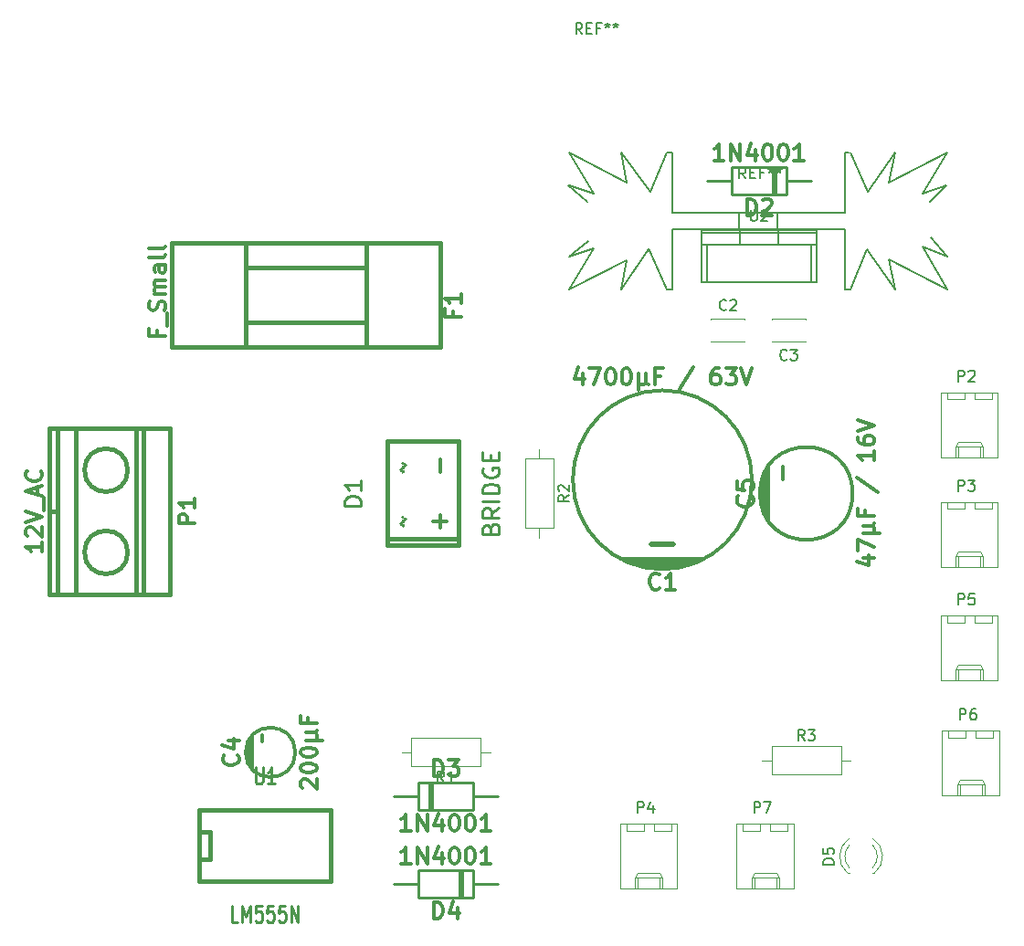
<source format=gbr>
G04 #@! TF.FileFunction,Legend,Top*
%FSLAX46Y46*%
G04 Gerber Fmt 4.6, Leading zero omitted, Abs format (unit mm)*
G04 Created by KiCad (PCBNEW 4.0.7) date 04/22/18 21:34:49*
%MOMM*%
%LPD*%
G01*
G04 APERTURE LIST*
%ADD10C,0.100000*%
%ADD11C,0.120000*%
%ADD12C,0.304800*%
%ADD13C,0.500000*%
%ADD14C,0.300000*%
%ADD15C,0.381000*%
%ADD16C,0.254000*%
%ADD17C,0.150000*%
%ADD18C,0.284480*%
%ADD19C,0.285750*%
%ADD20C,0.287020*%
G04 APERTURE END LIST*
D10*
D11*
X179478000Y-99215000D02*
X179478000Y-105215000D01*
X179478000Y-105215000D02*
X184758000Y-105215000D01*
X184758000Y-105215000D02*
X184758000Y-99215000D01*
X184758000Y-99215000D02*
X179478000Y-99215000D01*
X180848000Y-105215000D02*
X180848000Y-104215000D01*
X180848000Y-104215000D02*
X183388000Y-104215000D01*
X183388000Y-104215000D02*
X183388000Y-105215000D01*
X180848000Y-104215000D02*
X181098000Y-103785000D01*
X181098000Y-103785000D02*
X183138000Y-103785000D01*
X183138000Y-103785000D02*
X183388000Y-104215000D01*
X181098000Y-105215000D02*
X181098000Y-104215000D01*
X183138000Y-105215000D02*
X183138000Y-104215000D01*
X180048000Y-99215000D02*
X180048000Y-99835000D01*
X180048000Y-99835000D02*
X181648000Y-99835000D01*
X181648000Y-99835000D02*
X181648000Y-99215000D01*
X182588000Y-99215000D02*
X182588000Y-99835000D01*
X182588000Y-99835000D02*
X184188000Y-99835000D01*
X184188000Y-99835000D02*
X184188000Y-99215000D01*
D12*
X149770000Y-104455000D02*
X157570000Y-104455000D01*
X157070000Y-104655000D02*
X150270000Y-104655000D01*
X150670000Y-104855000D02*
X156570000Y-104855000D01*
X156070000Y-105055000D02*
X151270000Y-105055000D01*
X155370000Y-105255000D02*
X151970000Y-105255000D01*
X161970000Y-97155000D02*
G75*
G03X161970000Y-97155000I-8300000J0D01*
G01*
D13*
X154670000Y-103155000D02*
X152670000Y-103155000D01*
D12*
X115248000Y-123128000D02*
X115248000Y-121728000D01*
X115448000Y-123628000D02*
X115448000Y-121228000D01*
X115648000Y-123928000D02*
X115648000Y-120928000D01*
D14*
X116548000Y-121428000D02*
X116548000Y-120828000D01*
D12*
X119648000Y-122428000D02*
G75*
G03X119648000Y-122428000I-2300000J0D01*
G01*
X163505000Y-100825000D02*
X163505000Y-96025000D01*
X171305000Y-98425000D02*
G75*
G03X171305000Y-98425000I-4300000J0D01*
G01*
X163305000Y-100225000D02*
X163305000Y-96625000D01*
X163105000Y-99825000D02*
X163105000Y-97025000D01*
X162905000Y-99225000D02*
X162905000Y-97525000D01*
D14*
X164805000Y-97125000D02*
X164805000Y-95925000D01*
D15*
X128145540Y-102626160D02*
X134744460Y-102626160D01*
D12*
X129646680Y-96024700D02*
G75*
G03X129446020Y-96225360I0J-200660D01*
G01*
X129448560Y-96225360D02*
G75*
G03X129646680Y-96423480I198120J0D01*
G01*
X129646680Y-96022160D02*
G75*
G03X129844800Y-95824040I0J198120D01*
G01*
X129847340Y-95824040D02*
G75*
G03X129646680Y-95623380I-200660J0D01*
G01*
X129847340Y-100825300D02*
G75*
G03X129646680Y-100624640I-200660J0D01*
G01*
X129646680Y-101023420D02*
G75*
G03X129844800Y-100825300I0J198120D01*
G01*
X129448560Y-101226620D02*
G75*
G03X129646680Y-101424740I198120J0D01*
G01*
X129646680Y-101025960D02*
G75*
G03X129446020Y-101226620I0J-200660D01*
G01*
X133045200Y-96426020D02*
X133045200Y-95224600D01*
X133045200Y-100423980D02*
X133045200Y-101625400D01*
X133644640Y-101025960D02*
X132445760Y-101025960D01*
D15*
X128143000Y-93599000D02*
X134747000Y-93599000D01*
X134747000Y-93599000D02*
X134747000Y-103251000D01*
X134747000Y-103251000D02*
X128143000Y-103251000D01*
X128143000Y-103251000D02*
X128143000Y-93599000D01*
D16*
X164147500Y-70675500D02*
X164147500Y-68135500D01*
X163893500Y-68135500D02*
X163893500Y-70675500D01*
X160083500Y-68135500D02*
X160083500Y-70675500D01*
X165163500Y-68135500D02*
X165163500Y-70675500D01*
X160083500Y-68135500D02*
X165163500Y-68135500D01*
X165163500Y-70675500D02*
X160083500Y-70675500D01*
X167449500Y-69405500D02*
X165163500Y-69405500D01*
X160083500Y-69405500D02*
X157797500Y-69405500D01*
X132080000Y-125222000D02*
X132080000Y-127762000D01*
X132334000Y-127762000D02*
X132334000Y-125222000D01*
X136144000Y-127762000D02*
X136144000Y-125222000D01*
X131064000Y-127762000D02*
X131064000Y-125222000D01*
X136144000Y-127762000D02*
X131064000Y-127762000D01*
X131064000Y-125222000D02*
X136144000Y-125222000D01*
X128778000Y-126492000D02*
X131064000Y-126492000D01*
X136144000Y-126492000D02*
X138430000Y-126492000D01*
X135128000Y-135890000D02*
X135128000Y-133350000D01*
X134874000Y-133350000D02*
X134874000Y-135890000D01*
X131064000Y-133350000D02*
X131064000Y-135890000D01*
X136144000Y-133350000D02*
X136144000Y-135890000D01*
X131064000Y-133350000D02*
X136144000Y-133350000D01*
X136144000Y-135890000D02*
X131064000Y-135890000D01*
X138430000Y-134620000D02*
X136144000Y-134620000D01*
X131064000Y-134620000D02*
X128778000Y-134620000D01*
D15*
X126238000Y-77470000D02*
X115062000Y-77470000D01*
X115062000Y-82550000D02*
X126238000Y-82550000D01*
X115062000Y-84836000D02*
X115062000Y-75184000D01*
X126238000Y-75184000D02*
X126238000Y-84836000D01*
X133096000Y-75184000D02*
X133096000Y-84836000D01*
X133096000Y-84836000D02*
X108204000Y-84836000D01*
X108204000Y-84836000D02*
X108204000Y-75184000D01*
X108204000Y-75184000D02*
X133096000Y-75184000D01*
X122936000Y-134366000D02*
X110744000Y-134366000D01*
X110744000Y-127762000D02*
X122936000Y-127762000D01*
X111760000Y-129794000D02*
X110744000Y-129794000D01*
X111760000Y-132334000D02*
X110744000Y-132334000D01*
X122936000Y-127762000D02*
X122936000Y-134366000D01*
X110744000Y-134366000D02*
X110744000Y-127762000D01*
X111760000Y-129794000D02*
X111760000Y-132334000D01*
D17*
X167449500Y-75374500D02*
X167449500Y-78803500D01*
X157797500Y-75374500D02*
X157797500Y-78803500D01*
X167957500Y-74231500D02*
X157289500Y-74231500D01*
X164401500Y-75247500D02*
X164401500Y-73977500D01*
X160845500Y-75247500D02*
X160845500Y-73977500D01*
X157289500Y-75374500D02*
X167957500Y-75374500D01*
X167957500Y-78803500D02*
X157289500Y-78803500D01*
X157289500Y-73977500D02*
X157289500Y-78803500D01*
X167957500Y-73977500D02*
X167957500Y-78803500D01*
X167957500Y-73977500D02*
X157289500Y-73977500D01*
D15*
X105608000Y-92376000D02*
X105608000Y-107776000D01*
X97608000Y-100076000D02*
X96808000Y-100076000D01*
X104108000Y-103886000D02*
G75*
G03X104108000Y-103886000I-2000000J0D01*
G01*
X104108000Y-96266000D02*
G75*
G03X104108000Y-96266000I-2000000J0D01*
G01*
X99308000Y-92376000D02*
X99308000Y-107776000D01*
X104908000Y-92376000D02*
X104908000Y-107776000D01*
X97608000Y-92376000D02*
X97608000Y-107776000D01*
X96808000Y-92376000D02*
X96808000Y-107776000D01*
X108008000Y-107776000D02*
X96808000Y-107776000D01*
X108008000Y-92376000D02*
X108008000Y-107776000D01*
X108008000Y-92376000D02*
X96808000Y-92376000D01*
D17*
X160782000Y-72390000D02*
X160782000Y-73914000D01*
X164338000Y-72390000D02*
X164338000Y-73914000D01*
X154051000Y-79502000D02*
X154559000Y-79502000D01*
X180086000Y-66802000D02*
X174625000Y-69596000D01*
X174625000Y-69596000D02*
X175260000Y-66802000D01*
X152527000Y-70485000D02*
X149860000Y-66802000D01*
X149860000Y-66802000D02*
X150368000Y-69596000D01*
X150368000Y-69596000D02*
X145034000Y-66802000D01*
X152400000Y-75819000D02*
X149860000Y-79502000D01*
X149860000Y-79502000D02*
X150368000Y-76835000D01*
X150368000Y-76835000D02*
X145034000Y-79502000D01*
X147320000Y-75692000D02*
X145034000Y-79502000D01*
X147320000Y-70612000D02*
X145034000Y-66802000D01*
X170561000Y-66802000D02*
X170942000Y-66802000D01*
X170561000Y-79502000D02*
X171069000Y-79502000D01*
X172593000Y-75819000D02*
X175260000Y-79502000D01*
X175260000Y-79502000D02*
X174625000Y-76708000D01*
X174625000Y-76708000D02*
X180086000Y-79502000D01*
X177800000Y-75565000D02*
X180086000Y-76454000D01*
X180086000Y-76454000D02*
X178562000Y-74676000D01*
X180086000Y-79502000D02*
X177800000Y-75565000D01*
X177800000Y-70612000D02*
X179959000Y-69850000D01*
X179959000Y-69850000D02*
X178435000Y-71374000D01*
X180086000Y-66802000D02*
X177800000Y-70612000D01*
X172720000Y-70485000D02*
X175260000Y-66802000D01*
X171069000Y-79502000D02*
X172593000Y-75819000D01*
X171069000Y-66802000D02*
X172720000Y-70485000D01*
X154051000Y-79502000D02*
X152400000Y-75692000D01*
X154559000Y-66802000D02*
X154051000Y-66802000D01*
X154051000Y-66802000D02*
X152527000Y-70485000D01*
X145034000Y-76454000D02*
X146812000Y-75057000D01*
X144907000Y-69850000D02*
X146685000Y-71374000D01*
X145034000Y-76454000D02*
X147320000Y-75692000D01*
X145034000Y-69850000D02*
X147320000Y-70612000D01*
X162560000Y-73914000D02*
X154559000Y-73914000D01*
X154559000Y-73914000D02*
X154559000Y-79502000D01*
X162560000Y-73914000D02*
X170561000Y-73914000D01*
X170561000Y-73914000D02*
X170561000Y-79502000D01*
X162560000Y-72390000D02*
X154559000Y-72390000D01*
X154559000Y-72390000D02*
X154559000Y-66802000D01*
X162560000Y-72390000D02*
X170561000Y-72390000D01*
X170561000Y-72390000D02*
X170561000Y-66802000D01*
D11*
X171006392Y-130407665D02*
G75*
G03X170849484Y-133640000I1078608J-1672335D01*
G01*
X173163608Y-130407665D02*
G75*
G02X173320516Y-133640000I-1078608J-1672335D01*
G01*
X171005163Y-131038870D02*
G75*
G03X171005000Y-133120961I1079837J-1041130D01*
G01*
X173164837Y-131038870D02*
G75*
G02X173165000Y-133120961I-1079837J-1041130D01*
G01*
X170849000Y-133640000D02*
X171005000Y-133640000D01*
X173165000Y-133640000D02*
X173321000Y-133640000D01*
X163795000Y-121880000D02*
X163795000Y-124500000D01*
X163795000Y-124500000D02*
X170215000Y-124500000D01*
X170215000Y-124500000D02*
X170215000Y-121880000D01*
X170215000Y-121880000D02*
X163795000Y-121880000D01*
X162905000Y-123190000D02*
X163795000Y-123190000D01*
X171105000Y-123190000D02*
X170215000Y-123190000D01*
X158186000Y-82252000D02*
X161306000Y-82252000D01*
X158186000Y-84372000D02*
X161306000Y-84372000D01*
X158186000Y-82252000D02*
X158186000Y-82316000D01*
X158186000Y-84308000D02*
X158186000Y-84372000D01*
X161306000Y-82252000D02*
X161306000Y-82316000D01*
X161306000Y-84308000D02*
X161306000Y-84372000D01*
X166934000Y-84372000D02*
X163814000Y-84372000D01*
X166934000Y-82252000D02*
X163814000Y-82252000D01*
X166934000Y-84372000D02*
X166934000Y-84308000D01*
X166934000Y-82316000D02*
X166934000Y-82252000D01*
X163814000Y-84372000D02*
X163814000Y-84308000D01*
X163814000Y-82316000D02*
X163814000Y-82252000D01*
X179478000Y-89055000D02*
X179478000Y-95055000D01*
X179478000Y-95055000D02*
X184758000Y-95055000D01*
X184758000Y-95055000D02*
X184758000Y-89055000D01*
X184758000Y-89055000D02*
X179478000Y-89055000D01*
X180848000Y-95055000D02*
X180848000Y-94055000D01*
X180848000Y-94055000D02*
X183388000Y-94055000D01*
X183388000Y-94055000D02*
X183388000Y-95055000D01*
X180848000Y-94055000D02*
X181098000Y-93625000D01*
X181098000Y-93625000D02*
X183138000Y-93625000D01*
X183138000Y-93625000D02*
X183388000Y-94055000D01*
X181098000Y-95055000D02*
X181098000Y-94055000D01*
X183138000Y-95055000D02*
X183138000Y-94055000D01*
X180048000Y-89055000D02*
X180048000Y-89675000D01*
X180048000Y-89675000D02*
X181648000Y-89675000D01*
X181648000Y-89675000D02*
X181648000Y-89055000D01*
X182588000Y-89055000D02*
X182588000Y-89675000D01*
X182588000Y-89675000D02*
X184188000Y-89675000D01*
X184188000Y-89675000D02*
X184188000Y-89055000D01*
X149760000Y-129060000D02*
X149760000Y-135060000D01*
X149760000Y-135060000D02*
X155040000Y-135060000D01*
X155040000Y-135060000D02*
X155040000Y-129060000D01*
X155040000Y-129060000D02*
X149760000Y-129060000D01*
X151130000Y-135060000D02*
X151130000Y-134060000D01*
X151130000Y-134060000D02*
X153670000Y-134060000D01*
X153670000Y-134060000D02*
X153670000Y-135060000D01*
X151130000Y-134060000D02*
X151380000Y-133630000D01*
X151380000Y-133630000D02*
X153420000Y-133630000D01*
X153420000Y-133630000D02*
X153670000Y-134060000D01*
X151380000Y-135060000D02*
X151380000Y-134060000D01*
X153420000Y-135060000D02*
X153420000Y-134060000D01*
X150330000Y-129060000D02*
X150330000Y-129680000D01*
X150330000Y-129680000D02*
X151930000Y-129680000D01*
X151930000Y-129680000D02*
X151930000Y-129060000D01*
X152870000Y-129060000D02*
X152870000Y-129680000D01*
X152870000Y-129680000D02*
X154470000Y-129680000D01*
X154470000Y-129680000D02*
X154470000Y-129060000D01*
X179478000Y-109756000D02*
X179478000Y-115756000D01*
X179478000Y-115756000D02*
X184758000Y-115756000D01*
X184758000Y-115756000D02*
X184758000Y-109756000D01*
X184758000Y-109756000D02*
X179478000Y-109756000D01*
X180848000Y-115756000D02*
X180848000Y-114756000D01*
X180848000Y-114756000D02*
X183388000Y-114756000D01*
X183388000Y-114756000D02*
X183388000Y-115756000D01*
X180848000Y-114756000D02*
X181098000Y-114326000D01*
X181098000Y-114326000D02*
X183138000Y-114326000D01*
X183138000Y-114326000D02*
X183388000Y-114756000D01*
X181098000Y-115756000D02*
X181098000Y-114756000D01*
X183138000Y-115756000D02*
X183138000Y-114756000D01*
X180048000Y-109756000D02*
X180048000Y-110376000D01*
X180048000Y-110376000D02*
X181648000Y-110376000D01*
X181648000Y-110376000D02*
X181648000Y-109756000D01*
X182588000Y-109756000D02*
X182588000Y-110376000D01*
X182588000Y-110376000D02*
X184188000Y-110376000D01*
X184188000Y-110376000D02*
X184188000Y-109756000D01*
X179605000Y-120424000D02*
X179605000Y-126424000D01*
X179605000Y-126424000D02*
X184885000Y-126424000D01*
X184885000Y-126424000D02*
X184885000Y-120424000D01*
X184885000Y-120424000D02*
X179605000Y-120424000D01*
X180975000Y-126424000D02*
X180975000Y-125424000D01*
X180975000Y-125424000D02*
X183515000Y-125424000D01*
X183515000Y-125424000D02*
X183515000Y-126424000D01*
X180975000Y-125424000D02*
X181225000Y-124994000D01*
X181225000Y-124994000D02*
X183265000Y-124994000D01*
X183265000Y-124994000D02*
X183515000Y-125424000D01*
X181225000Y-126424000D02*
X181225000Y-125424000D01*
X183265000Y-126424000D02*
X183265000Y-125424000D01*
X180175000Y-120424000D02*
X180175000Y-121044000D01*
X180175000Y-121044000D02*
X181775000Y-121044000D01*
X181775000Y-121044000D02*
X181775000Y-120424000D01*
X182715000Y-120424000D02*
X182715000Y-121044000D01*
X182715000Y-121044000D02*
X184315000Y-121044000D01*
X184315000Y-121044000D02*
X184315000Y-120424000D01*
X160555000Y-129060000D02*
X160555000Y-135060000D01*
X160555000Y-135060000D02*
X165835000Y-135060000D01*
X165835000Y-135060000D02*
X165835000Y-129060000D01*
X165835000Y-129060000D02*
X160555000Y-129060000D01*
X161925000Y-135060000D02*
X161925000Y-134060000D01*
X161925000Y-134060000D02*
X164465000Y-134060000D01*
X164465000Y-134060000D02*
X164465000Y-135060000D01*
X161925000Y-134060000D02*
X162175000Y-133630000D01*
X162175000Y-133630000D02*
X164215000Y-133630000D01*
X164215000Y-133630000D02*
X164465000Y-134060000D01*
X162175000Y-135060000D02*
X162175000Y-134060000D01*
X164215000Y-135060000D02*
X164215000Y-134060000D01*
X161125000Y-129060000D02*
X161125000Y-129680000D01*
X161125000Y-129680000D02*
X162725000Y-129680000D01*
X162725000Y-129680000D02*
X162725000Y-129060000D01*
X163665000Y-129060000D02*
X163665000Y-129680000D01*
X163665000Y-129680000D02*
X165265000Y-129680000D01*
X165265000Y-129680000D02*
X165265000Y-129060000D01*
X136814000Y-123738000D02*
X136814000Y-121118000D01*
X136814000Y-121118000D02*
X130394000Y-121118000D01*
X130394000Y-121118000D02*
X130394000Y-123738000D01*
X130394000Y-123738000D02*
X136814000Y-123738000D01*
X137704000Y-122428000D02*
X136814000Y-122428000D01*
X129504000Y-122428000D02*
X130394000Y-122428000D01*
X143550000Y-95215000D02*
X140930000Y-95215000D01*
X140930000Y-95215000D02*
X140930000Y-101635000D01*
X140930000Y-101635000D02*
X143550000Y-101635000D01*
X143550000Y-101635000D02*
X143550000Y-95215000D01*
X142240000Y-94325000D02*
X142240000Y-95215000D01*
X142240000Y-102525000D02*
X142240000Y-101635000D01*
D17*
X181109905Y-98187381D02*
X181109905Y-97187381D01*
X181490858Y-97187381D01*
X181586096Y-97235000D01*
X181633715Y-97282619D01*
X181681334Y-97377857D01*
X181681334Y-97520714D01*
X181633715Y-97615952D01*
X181586096Y-97663571D01*
X181490858Y-97711190D01*
X181109905Y-97711190D01*
X182014667Y-97187381D02*
X182633715Y-97187381D01*
X182300381Y-97568333D01*
X182443239Y-97568333D01*
X182538477Y-97615952D01*
X182586096Y-97663571D01*
X182633715Y-97758810D01*
X182633715Y-97996905D01*
X182586096Y-98092143D01*
X182538477Y-98139762D01*
X182443239Y-98187381D01*
X182157524Y-98187381D01*
X182062286Y-98139762D01*
X182014667Y-98092143D01*
D12*
X153416000Y-107199286D02*
X153343429Y-107271857D01*
X153125715Y-107344429D01*
X152980572Y-107344429D01*
X152762857Y-107271857D01*
X152617715Y-107126714D01*
X152545143Y-106981571D01*
X152472572Y-106691286D01*
X152472572Y-106473571D01*
X152545143Y-106183286D01*
X152617715Y-106038143D01*
X152762857Y-105893000D01*
X152980572Y-105820429D01*
X153125715Y-105820429D01*
X153343429Y-105893000D01*
X153416000Y-105965571D01*
X154867429Y-107344429D02*
X153996572Y-107344429D01*
X154432000Y-107344429D02*
X154432000Y-105820429D01*
X154286857Y-106038143D01*
X154141715Y-106183286D01*
X153996572Y-106255857D01*
X146267713Y-87328429D02*
X146267713Y-88344429D01*
X145904856Y-86747857D02*
X145541999Y-87836429D01*
X146485427Y-87836429D01*
X146920856Y-86820429D02*
X147936856Y-86820429D01*
X147283713Y-88344429D01*
X148807714Y-86820429D02*
X148952857Y-86820429D01*
X149098000Y-86893000D01*
X149170571Y-86965571D01*
X149243142Y-87110714D01*
X149315714Y-87401000D01*
X149315714Y-87763857D01*
X149243142Y-88054143D01*
X149170571Y-88199286D01*
X149098000Y-88271857D01*
X148952857Y-88344429D01*
X148807714Y-88344429D01*
X148662571Y-88271857D01*
X148590000Y-88199286D01*
X148517428Y-88054143D01*
X148444857Y-87763857D01*
X148444857Y-87401000D01*
X148517428Y-87110714D01*
X148590000Y-86965571D01*
X148662571Y-86893000D01*
X148807714Y-86820429D01*
X150259143Y-86820429D02*
X150404286Y-86820429D01*
X150549429Y-86893000D01*
X150622000Y-86965571D01*
X150694571Y-87110714D01*
X150767143Y-87401000D01*
X150767143Y-87763857D01*
X150694571Y-88054143D01*
X150622000Y-88199286D01*
X150549429Y-88271857D01*
X150404286Y-88344429D01*
X150259143Y-88344429D01*
X150114000Y-88271857D01*
X150041429Y-88199286D01*
X149968857Y-88054143D01*
X149896286Y-87763857D01*
X149896286Y-87401000D01*
X149968857Y-87110714D01*
X150041429Y-86965571D01*
X150114000Y-86893000D01*
X150259143Y-86820429D01*
X151420286Y-87328429D02*
X151420286Y-88852429D01*
X152146000Y-88126714D02*
X152218572Y-88271857D01*
X152363715Y-88344429D01*
X151420286Y-88126714D02*
X151492858Y-88271857D01*
X151638000Y-88344429D01*
X151928286Y-88344429D01*
X152073429Y-88271857D01*
X152146000Y-88126714D01*
X152146000Y-87328429D01*
X153524857Y-87546143D02*
X153016857Y-87546143D01*
X153016857Y-88344429D02*
X153016857Y-86820429D01*
X153742571Y-86820429D01*
X156572858Y-86747857D02*
X155266572Y-88707286D01*
X158895143Y-86820429D02*
X158604857Y-86820429D01*
X158459714Y-86893000D01*
X158387143Y-86965571D01*
X158242000Y-87183286D01*
X158169429Y-87473571D01*
X158169429Y-88054143D01*
X158242000Y-88199286D01*
X158314572Y-88271857D01*
X158459714Y-88344429D01*
X158750000Y-88344429D01*
X158895143Y-88271857D01*
X158967714Y-88199286D01*
X159040286Y-88054143D01*
X159040286Y-87691286D01*
X158967714Y-87546143D01*
X158895143Y-87473571D01*
X158750000Y-87401000D01*
X158459714Y-87401000D01*
X158314572Y-87473571D01*
X158242000Y-87546143D01*
X158169429Y-87691286D01*
X159548286Y-86820429D02*
X160491715Y-86820429D01*
X159983715Y-87401000D01*
X160201429Y-87401000D01*
X160346572Y-87473571D01*
X160419143Y-87546143D01*
X160491715Y-87691286D01*
X160491715Y-88054143D01*
X160419143Y-88199286D01*
X160346572Y-88271857D01*
X160201429Y-88344429D01*
X159766001Y-88344429D01*
X159620858Y-88271857D01*
X159548286Y-88199286D01*
X160927144Y-86820429D02*
X161435144Y-88344429D01*
X161943144Y-86820429D01*
X114292286Y-122682000D02*
X114364857Y-122754571D01*
X114437429Y-122972285D01*
X114437429Y-123117428D01*
X114364857Y-123335143D01*
X114219714Y-123480285D01*
X114074571Y-123552857D01*
X113784286Y-123625428D01*
X113566571Y-123625428D01*
X113276286Y-123552857D01*
X113131143Y-123480285D01*
X112986000Y-123335143D01*
X112913429Y-123117428D01*
X112913429Y-122972285D01*
X112986000Y-122754571D01*
X113058571Y-122682000D01*
X113421429Y-121375714D02*
X114437429Y-121375714D01*
X112840857Y-121738571D02*
X113929429Y-122101428D01*
X113929429Y-121158000D01*
X120258571Y-125766286D02*
X120186000Y-125693715D01*
X120113429Y-125548572D01*
X120113429Y-125185715D01*
X120186000Y-125040572D01*
X120258571Y-124968001D01*
X120403714Y-124895429D01*
X120548857Y-124895429D01*
X120766571Y-124968001D01*
X121637429Y-125838858D01*
X121637429Y-124895429D01*
X120113429Y-123952000D02*
X120113429Y-123806857D01*
X120186000Y-123661714D01*
X120258571Y-123589143D01*
X120403714Y-123516572D01*
X120694000Y-123444000D01*
X121056857Y-123444000D01*
X121347143Y-123516572D01*
X121492286Y-123589143D01*
X121564857Y-123661714D01*
X121637429Y-123806857D01*
X121637429Y-123952000D01*
X121564857Y-124097143D01*
X121492286Y-124169714D01*
X121347143Y-124242286D01*
X121056857Y-124314857D01*
X120694000Y-124314857D01*
X120403714Y-124242286D01*
X120258571Y-124169714D01*
X120186000Y-124097143D01*
X120113429Y-123952000D01*
X120113429Y-122500571D02*
X120113429Y-122355428D01*
X120186000Y-122210285D01*
X120258571Y-122137714D01*
X120403714Y-122065143D01*
X120694000Y-121992571D01*
X121056857Y-121992571D01*
X121347143Y-122065143D01*
X121492286Y-122137714D01*
X121564857Y-122210285D01*
X121637429Y-122355428D01*
X121637429Y-122500571D01*
X121564857Y-122645714D01*
X121492286Y-122718285D01*
X121347143Y-122790857D01*
X121056857Y-122863428D01*
X120694000Y-122863428D01*
X120403714Y-122790857D01*
X120258571Y-122718285D01*
X120186000Y-122645714D01*
X120113429Y-122500571D01*
X120621429Y-121339428D02*
X122145429Y-121339428D01*
X121419714Y-120613714D02*
X121564857Y-120541142D01*
X121637429Y-120395999D01*
X121419714Y-121339428D02*
X121564857Y-121266856D01*
X121637429Y-121121714D01*
X121637429Y-120831428D01*
X121564857Y-120686285D01*
X121419714Y-120613714D01*
X120621429Y-120613714D01*
X120839143Y-119234857D02*
X120839143Y-119742857D01*
X121637429Y-119742857D02*
X120113429Y-119742857D01*
X120113429Y-119017143D01*
X161949286Y-98679000D02*
X162021857Y-98751571D01*
X162094429Y-98969285D01*
X162094429Y-99114428D01*
X162021857Y-99332143D01*
X161876714Y-99477285D01*
X161731571Y-99549857D01*
X161441286Y-99622428D01*
X161223571Y-99622428D01*
X160933286Y-99549857D01*
X160788143Y-99477285D01*
X160643000Y-99332143D01*
X160570429Y-99114428D01*
X160570429Y-98969285D01*
X160643000Y-98751571D01*
X160715571Y-98679000D01*
X160570429Y-97300143D02*
X160570429Y-98025857D01*
X161296143Y-98098428D01*
X161223571Y-98025857D01*
X161151000Y-97880714D01*
X161151000Y-97517857D01*
X161223571Y-97372714D01*
X161296143Y-97300143D01*
X161441286Y-97227571D01*
X161804143Y-97227571D01*
X161949286Y-97300143D01*
X162021857Y-97372714D01*
X162094429Y-97517857D01*
X162094429Y-97880714D01*
X162021857Y-98025857D01*
X161949286Y-98098428D01*
X172278429Y-104375858D02*
X173294429Y-104375858D01*
X171697857Y-104738715D02*
X172786429Y-105101572D01*
X172786429Y-104158144D01*
X171770429Y-103722715D02*
X171770429Y-102706715D01*
X173294429Y-103359858D01*
X172278429Y-102126143D02*
X173802429Y-102126143D01*
X173076714Y-101400429D02*
X173221857Y-101327857D01*
X173294429Y-101182714D01*
X173076714Y-102126143D02*
X173221857Y-102053571D01*
X173294429Y-101908429D01*
X173294429Y-101618143D01*
X173221857Y-101473000D01*
X173076714Y-101400429D01*
X172278429Y-101400429D01*
X172496143Y-100021572D02*
X172496143Y-100529572D01*
X173294429Y-100529572D02*
X171770429Y-100529572D01*
X171770429Y-99803858D01*
X171697857Y-96973571D02*
X173657286Y-98279857D01*
X173294429Y-94506143D02*
X173294429Y-95377000D01*
X173294429Y-94941572D02*
X171770429Y-94941572D01*
X171988143Y-95086715D01*
X172133286Y-95231857D01*
X172205857Y-95377000D01*
X171770429Y-93199857D02*
X171770429Y-93490143D01*
X171843000Y-93635286D01*
X171915571Y-93707857D01*
X172133286Y-93853000D01*
X172423571Y-93925571D01*
X173004143Y-93925571D01*
X173149286Y-93853000D01*
X173221857Y-93780428D01*
X173294429Y-93635286D01*
X173294429Y-93345000D01*
X173221857Y-93199857D01*
X173149286Y-93127286D01*
X173004143Y-93054714D01*
X172641286Y-93054714D01*
X172496143Y-93127286D01*
X172423571Y-93199857D01*
X172351000Y-93345000D01*
X172351000Y-93635286D01*
X172423571Y-93780428D01*
X172496143Y-93853000D01*
X172641286Y-93925571D01*
X171770429Y-92619285D02*
X173294429Y-92111285D01*
X171770429Y-91603285D01*
D18*
X125733629Y-99549857D02*
X124209629Y-99549857D01*
X124209629Y-99187000D01*
X124282200Y-98969285D01*
X124427343Y-98824143D01*
X124572486Y-98751571D01*
X124862771Y-98679000D01*
X125080486Y-98679000D01*
X125370771Y-98751571D01*
X125515914Y-98824143D01*
X125661057Y-98969285D01*
X125733629Y-99187000D01*
X125733629Y-99549857D01*
X125733629Y-97227571D02*
X125733629Y-98098428D01*
X125733629Y-97663000D02*
X124209629Y-97663000D01*
X124427343Y-97808143D01*
X124572486Y-97953285D01*
X124645057Y-98098428D01*
X137736943Y-101654428D02*
X137809514Y-101436714D01*
X137882086Y-101364142D01*
X138027229Y-101291571D01*
X138244943Y-101291571D01*
X138390086Y-101364142D01*
X138462657Y-101436714D01*
X138535229Y-101581856D01*
X138535229Y-102162428D01*
X137011229Y-102162428D01*
X137011229Y-101654428D01*
X137083800Y-101509285D01*
X137156371Y-101436714D01*
X137301514Y-101364142D01*
X137446657Y-101364142D01*
X137591800Y-101436714D01*
X137664371Y-101509285D01*
X137736943Y-101654428D01*
X137736943Y-102162428D01*
X138535229Y-99767571D02*
X137809514Y-100275571D01*
X138535229Y-100638428D02*
X137011229Y-100638428D01*
X137011229Y-100057856D01*
X137083800Y-99912714D01*
X137156371Y-99840142D01*
X137301514Y-99767571D01*
X137519229Y-99767571D01*
X137664371Y-99840142D01*
X137736943Y-99912714D01*
X137809514Y-100057856D01*
X137809514Y-100638428D01*
X138535229Y-99114428D02*
X137011229Y-99114428D01*
X138535229Y-98388714D02*
X137011229Y-98388714D01*
X137011229Y-98025857D01*
X137083800Y-97808142D01*
X137228943Y-97663000D01*
X137374086Y-97590428D01*
X137664371Y-97517857D01*
X137882086Y-97517857D01*
X138172371Y-97590428D01*
X138317514Y-97663000D01*
X138462657Y-97808142D01*
X138535229Y-98025857D01*
X138535229Y-98388714D01*
X137083800Y-96066428D02*
X137011229Y-96211571D01*
X137011229Y-96429285D01*
X137083800Y-96647000D01*
X137228943Y-96792142D01*
X137374086Y-96864714D01*
X137664371Y-96937285D01*
X137882086Y-96937285D01*
X138172371Y-96864714D01*
X138317514Y-96792142D01*
X138462657Y-96647000D01*
X138535229Y-96429285D01*
X138535229Y-96284142D01*
X138462657Y-96066428D01*
X138390086Y-95993857D01*
X137882086Y-95993857D01*
X137882086Y-96284142D01*
X137736943Y-95340714D02*
X137736943Y-94832714D01*
X138535229Y-94615000D02*
X138535229Y-95340714D01*
X137011229Y-95340714D01*
X137011229Y-94615000D01*
D12*
X161498643Y-72634929D02*
X161498643Y-71110929D01*
X161861500Y-71110929D01*
X162079215Y-71183500D01*
X162224357Y-71328643D01*
X162296929Y-71473786D01*
X162369500Y-71764071D01*
X162369500Y-71981786D01*
X162296929Y-72272071D01*
X162224357Y-72417214D01*
X162079215Y-72562357D01*
X161861500Y-72634929D01*
X161498643Y-72634929D01*
X162950072Y-71256071D02*
X163022643Y-71183500D01*
X163167786Y-71110929D01*
X163530643Y-71110929D01*
X163675786Y-71183500D01*
X163748357Y-71256071D01*
X163820929Y-71401214D01*
X163820929Y-71546357D01*
X163748357Y-71764071D01*
X162877500Y-72634929D01*
X163820929Y-72634929D01*
X159357785Y-67554929D02*
X158486928Y-67554929D01*
X158922356Y-67554929D02*
X158922356Y-66030929D01*
X158777213Y-66248643D01*
X158632071Y-66393786D01*
X158486928Y-66466357D01*
X160010928Y-67554929D02*
X160010928Y-66030929D01*
X160881785Y-67554929D01*
X160881785Y-66030929D01*
X162260642Y-66538929D02*
X162260642Y-67554929D01*
X161897785Y-65958357D02*
X161534928Y-67046929D01*
X162478356Y-67046929D01*
X163349214Y-66030929D02*
X163494357Y-66030929D01*
X163639500Y-66103500D01*
X163712071Y-66176071D01*
X163784642Y-66321214D01*
X163857214Y-66611500D01*
X163857214Y-66974357D01*
X163784642Y-67264643D01*
X163712071Y-67409786D01*
X163639500Y-67482357D01*
X163494357Y-67554929D01*
X163349214Y-67554929D01*
X163204071Y-67482357D01*
X163131500Y-67409786D01*
X163058928Y-67264643D01*
X162986357Y-66974357D01*
X162986357Y-66611500D01*
X163058928Y-66321214D01*
X163131500Y-66176071D01*
X163204071Y-66103500D01*
X163349214Y-66030929D01*
X164800643Y-66030929D02*
X164945786Y-66030929D01*
X165090929Y-66103500D01*
X165163500Y-66176071D01*
X165236071Y-66321214D01*
X165308643Y-66611500D01*
X165308643Y-66974357D01*
X165236071Y-67264643D01*
X165163500Y-67409786D01*
X165090929Y-67482357D01*
X164945786Y-67554929D01*
X164800643Y-67554929D01*
X164655500Y-67482357D01*
X164582929Y-67409786D01*
X164510357Y-67264643D01*
X164437786Y-66974357D01*
X164437786Y-66611500D01*
X164510357Y-66321214D01*
X164582929Y-66176071D01*
X164655500Y-66103500D01*
X164800643Y-66030929D01*
X166760072Y-67554929D02*
X165889215Y-67554929D01*
X166324643Y-67554929D02*
X166324643Y-66030929D01*
X166179500Y-66248643D01*
X166034358Y-66393786D01*
X165889215Y-66466357D01*
X132479143Y-124641429D02*
X132479143Y-123117429D01*
X132842000Y-123117429D01*
X133059715Y-123190000D01*
X133204857Y-123335143D01*
X133277429Y-123480286D01*
X133350000Y-123770571D01*
X133350000Y-123988286D01*
X133277429Y-124278571D01*
X133204857Y-124423714D01*
X133059715Y-124568857D01*
X132842000Y-124641429D01*
X132479143Y-124641429D01*
X133858000Y-123117429D02*
X134801429Y-123117429D01*
X134293429Y-123698000D01*
X134511143Y-123698000D01*
X134656286Y-123770571D01*
X134728857Y-123843143D01*
X134801429Y-123988286D01*
X134801429Y-124351143D01*
X134728857Y-124496286D01*
X134656286Y-124568857D01*
X134511143Y-124641429D01*
X134075715Y-124641429D01*
X133930572Y-124568857D01*
X133858000Y-124496286D01*
X130338285Y-129721429D02*
X129467428Y-129721429D01*
X129902856Y-129721429D02*
X129902856Y-128197429D01*
X129757713Y-128415143D01*
X129612571Y-128560286D01*
X129467428Y-128632857D01*
X130991428Y-129721429D02*
X130991428Y-128197429D01*
X131862285Y-129721429D01*
X131862285Y-128197429D01*
X133241142Y-128705429D02*
X133241142Y-129721429D01*
X132878285Y-128124857D02*
X132515428Y-129213429D01*
X133458856Y-129213429D01*
X134329714Y-128197429D02*
X134474857Y-128197429D01*
X134620000Y-128270000D01*
X134692571Y-128342571D01*
X134765142Y-128487714D01*
X134837714Y-128778000D01*
X134837714Y-129140857D01*
X134765142Y-129431143D01*
X134692571Y-129576286D01*
X134620000Y-129648857D01*
X134474857Y-129721429D01*
X134329714Y-129721429D01*
X134184571Y-129648857D01*
X134112000Y-129576286D01*
X134039428Y-129431143D01*
X133966857Y-129140857D01*
X133966857Y-128778000D01*
X134039428Y-128487714D01*
X134112000Y-128342571D01*
X134184571Y-128270000D01*
X134329714Y-128197429D01*
X135781143Y-128197429D02*
X135926286Y-128197429D01*
X136071429Y-128270000D01*
X136144000Y-128342571D01*
X136216571Y-128487714D01*
X136289143Y-128778000D01*
X136289143Y-129140857D01*
X136216571Y-129431143D01*
X136144000Y-129576286D01*
X136071429Y-129648857D01*
X135926286Y-129721429D01*
X135781143Y-129721429D01*
X135636000Y-129648857D01*
X135563429Y-129576286D01*
X135490857Y-129431143D01*
X135418286Y-129140857D01*
X135418286Y-128778000D01*
X135490857Y-128487714D01*
X135563429Y-128342571D01*
X135636000Y-128270000D01*
X135781143Y-128197429D01*
X137740572Y-129721429D02*
X136869715Y-129721429D01*
X137305143Y-129721429D02*
X137305143Y-128197429D01*
X137160000Y-128415143D01*
X137014858Y-128560286D01*
X136869715Y-128632857D01*
X132479143Y-137849429D02*
X132479143Y-136325429D01*
X132842000Y-136325429D01*
X133059715Y-136398000D01*
X133204857Y-136543143D01*
X133277429Y-136688286D01*
X133350000Y-136978571D01*
X133350000Y-137196286D01*
X133277429Y-137486571D01*
X133204857Y-137631714D01*
X133059715Y-137776857D01*
X132842000Y-137849429D01*
X132479143Y-137849429D01*
X134656286Y-136833429D02*
X134656286Y-137849429D01*
X134293429Y-136252857D02*
X133930572Y-137341429D01*
X134874000Y-137341429D01*
X130338285Y-132769429D02*
X129467428Y-132769429D01*
X129902856Y-132769429D02*
X129902856Y-131245429D01*
X129757713Y-131463143D01*
X129612571Y-131608286D01*
X129467428Y-131680857D01*
X130991428Y-132769429D02*
X130991428Y-131245429D01*
X131862285Y-132769429D01*
X131862285Y-131245429D01*
X133241142Y-131753429D02*
X133241142Y-132769429D01*
X132878285Y-131172857D02*
X132515428Y-132261429D01*
X133458856Y-132261429D01*
X134329714Y-131245429D02*
X134474857Y-131245429D01*
X134620000Y-131318000D01*
X134692571Y-131390571D01*
X134765142Y-131535714D01*
X134837714Y-131826000D01*
X134837714Y-132188857D01*
X134765142Y-132479143D01*
X134692571Y-132624286D01*
X134620000Y-132696857D01*
X134474857Y-132769429D01*
X134329714Y-132769429D01*
X134184571Y-132696857D01*
X134112000Y-132624286D01*
X134039428Y-132479143D01*
X133966857Y-132188857D01*
X133966857Y-131826000D01*
X134039428Y-131535714D01*
X134112000Y-131390571D01*
X134184571Y-131318000D01*
X134329714Y-131245429D01*
X135781143Y-131245429D02*
X135926286Y-131245429D01*
X136071429Y-131318000D01*
X136144000Y-131390571D01*
X136216571Y-131535714D01*
X136289143Y-131826000D01*
X136289143Y-132188857D01*
X136216571Y-132479143D01*
X136144000Y-132624286D01*
X136071429Y-132696857D01*
X135926286Y-132769429D01*
X135781143Y-132769429D01*
X135636000Y-132696857D01*
X135563429Y-132624286D01*
X135490857Y-132479143D01*
X135418286Y-132188857D01*
X135418286Y-131826000D01*
X135490857Y-131535714D01*
X135563429Y-131390571D01*
X135636000Y-131318000D01*
X135781143Y-131245429D01*
X137740572Y-132769429D02*
X136869715Y-132769429D01*
X137305143Y-132769429D02*
X137305143Y-131245429D01*
X137160000Y-131463143D01*
X137014858Y-131608286D01*
X136869715Y-131680857D01*
X134257143Y-81534000D02*
X134257143Y-82042000D01*
X135055429Y-82042000D02*
X133531429Y-82042000D01*
X133531429Y-81316286D01*
X135055429Y-79937428D02*
X135055429Y-80808285D01*
X135055429Y-80372857D02*
X133531429Y-80372857D01*
X133749143Y-80518000D01*
X133894286Y-80663142D01*
X133966857Y-80808285D01*
X106825143Y-83348286D02*
X106825143Y-83856286D01*
X107623429Y-83856286D02*
X106099429Y-83856286D01*
X106099429Y-83130572D01*
X107768571Y-82912857D02*
X107768571Y-81751714D01*
X107550857Y-81461428D02*
X107623429Y-81243714D01*
X107623429Y-80880857D01*
X107550857Y-80735714D01*
X107478286Y-80663143D01*
X107333143Y-80590571D01*
X107188000Y-80590571D01*
X107042857Y-80663143D01*
X106970286Y-80735714D01*
X106897714Y-80880857D01*
X106825143Y-81171143D01*
X106752571Y-81316285D01*
X106680000Y-81388857D01*
X106534857Y-81461428D01*
X106389714Y-81461428D01*
X106244571Y-81388857D01*
X106172000Y-81316285D01*
X106099429Y-81171143D01*
X106099429Y-80808285D01*
X106172000Y-80590571D01*
X107623429Y-79937428D02*
X106607429Y-79937428D01*
X106752571Y-79937428D02*
X106680000Y-79864856D01*
X106607429Y-79719714D01*
X106607429Y-79501999D01*
X106680000Y-79356856D01*
X106825143Y-79284285D01*
X107623429Y-79284285D01*
X106825143Y-79284285D02*
X106680000Y-79211714D01*
X106607429Y-79066571D01*
X106607429Y-78848856D01*
X106680000Y-78703714D01*
X106825143Y-78631142D01*
X107623429Y-78631142D01*
X107623429Y-77252285D02*
X106825143Y-77252285D01*
X106680000Y-77324856D01*
X106607429Y-77469999D01*
X106607429Y-77760285D01*
X106680000Y-77905428D01*
X107550857Y-77252285D02*
X107623429Y-77397428D01*
X107623429Y-77760285D01*
X107550857Y-77905428D01*
X107405714Y-77977999D01*
X107260571Y-77977999D01*
X107115429Y-77905428D01*
X107042857Y-77760285D01*
X107042857Y-77397428D01*
X106970286Y-77252285D01*
X107623429Y-76308857D02*
X107550857Y-76453999D01*
X107405714Y-76526571D01*
X106099429Y-76526571D01*
X107623429Y-75510571D02*
X107550857Y-75655713D01*
X107405714Y-75728285D01*
X106099429Y-75728285D01*
D19*
X115969143Y-123828629D02*
X115969143Y-125062343D01*
X116023571Y-125207486D01*
X116078000Y-125280057D01*
X116186857Y-125352629D01*
X116404571Y-125352629D01*
X116513429Y-125280057D01*
X116567857Y-125207486D01*
X116622286Y-125062343D01*
X116622286Y-123828629D01*
X117765286Y-125352629D02*
X117112143Y-125352629D01*
X117438715Y-125352629D02*
X117438715Y-123828629D01*
X117329858Y-124046343D01*
X117221000Y-124191486D01*
X117112143Y-124264057D01*
D20*
D19*
X114309072Y-138154229D02*
X113764786Y-138154229D01*
X113764786Y-136630229D01*
X114690072Y-138154229D02*
X114690072Y-136630229D01*
X115071072Y-137718800D01*
X115452072Y-136630229D01*
X115452072Y-138154229D01*
X116540644Y-136630229D02*
X115996358Y-136630229D01*
X115941929Y-137355943D01*
X115996358Y-137283371D01*
X116105215Y-137210800D01*
X116377358Y-137210800D01*
X116486215Y-137283371D01*
X116540644Y-137355943D01*
X116595072Y-137501086D01*
X116595072Y-137863943D01*
X116540644Y-138009086D01*
X116486215Y-138081657D01*
X116377358Y-138154229D01*
X116105215Y-138154229D01*
X115996358Y-138081657D01*
X115941929Y-138009086D01*
X117629215Y-136630229D02*
X117084929Y-136630229D01*
X117030500Y-137355943D01*
X117084929Y-137283371D01*
X117193786Y-137210800D01*
X117465929Y-137210800D01*
X117574786Y-137283371D01*
X117629215Y-137355943D01*
X117683643Y-137501086D01*
X117683643Y-137863943D01*
X117629215Y-138009086D01*
X117574786Y-138081657D01*
X117465929Y-138154229D01*
X117193786Y-138154229D01*
X117084929Y-138081657D01*
X117030500Y-138009086D01*
X118717786Y-136630229D02*
X118173500Y-136630229D01*
X118119071Y-137355943D01*
X118173500Y-137283371D01*
X118282357Y-137210800D01*
X118554500Y-137210800D01*
X118663357Y-137283371D01*
X118717786Y-137355943D01*
X118772214Y-137501086D01*
X118772214Y-137863943D01*
X118717786Y-138009086D01*
X118663357Y-138081657D01*
X118554500Y-138154229D01*
X118282357Y-138154229D01*
X118173500Y-138081657D01*
X118119071Y-138009086D01*
X119262071Y-138154229D02*
X119262071Y-136630229D01*
X119915214Y-138154229D01*
X119915214Y-136630229D01*
D20*
D17*
X161861595Y-72159881D02*
X161861595Y-72969405D01*
X161909214Y-73064643D01*
X161956833Y-73112262D01*
X162052071Y-73159881D01*
X162242548Y-73159881D01*
X162337786Y-73112262D01*
X162385405Y-73064643D01*
X162433024Y-72969405D01*
X162433024Y-72159881D01*
X162861595Y-72255119D02*
X162909214Y-72207500D01*
X163004452Y-72159881D01*
X163242548Y-72159881D01*
X163337786Y-72207500D01*
X163385405Y-72255119D01*
X163433024Y-72350357D01*
X163433024Y-72445595D01*
X163385405Y-72588452D01*
X162813976Y-73159881D01*
X163433024Y-73159881D01*
D14*
X110336571Y-101183142D02*
X108836571Y-101183142D01*
X108836571Y-100611714D01*
X108908000Y-100468856D01*
X108979429Y-100397428D01*
X109122286Y-100325999D01*
X109336571Y-100325999D01*
X109479429Y-100397428D01*
X109550857Y-100468856D01*
X109622286Y-100611714D01*
X109622286Y-101183142D01*
X110336571Y-98897428D02*
X110336571Y-99754571D01*
X110336571Y-99325999D02*
X108836571Y-99325999D01*
X109050857Y-99468856D01*
X109193714Y-99611714D01*
X109265143Y-99754571D01*
X96186571Y-102968856D02*
X96186571Y-103825999D01*
X96186571Y-103397427D02*
X94686571Y-103397427D01*
X94900857Y-103540284D01*
X95043714Y-103683142D01*
X95115143Y-103825999D01*
X94829429Y-102397428D02*
X94758000Y-102325999D01*
X94686571Y-102183142D01*
X94686571Y-101825999D01*
X94758000Y-101683142D01*
X94829429Y-101611713D01*
X94972286Y-101540285D01*
X95115143Y-101540285D01*
X95329429Y-101611713D01*
X96186571Y-102468856D01*
X96186571Y-101540285D01*
X94686571Y-101111714D02*
X96186571Y-100611714D01*
X94686571Y-100111714D01*
X96329429Y-99968857D02*
X96329429Y-98826000D01*
X95758000Y-98540286D02*
X95758000Y-97826000D01*
X96186571Y-98683143D02*
X94686571Y-98183143D01*
X96186571Y-97683143D01*
X96043714Y-96326000D02*
X96115143Y-96397429D01*
X96186571Y-96611715D01*
X96186571Y-96754572D01*
X96115143Y-96968857D01*
X95972286Y-97111715D01*
X95829429Y-97183143D01*
X95543714Y-97254572D01*
X95329429Y-97254572D01*
X95043714Y-97183143D01*
X94900857Y-97111715D01*
X94758000Y-96968857D01*
X94686571Y-96754572D01*
X94686571Y-96611715D01*
X94758000Y-96397429D01*
X94829429Y-96326000D01*
D17*
X146240667Y-55824381D02*
X145907333Y-55348190D01*
X145669238Y-55824381D02*
X145669238Y-54824381D01*
X146050191Y-54824381D01*
X146145429Y-54872000D01*
X146193048Y-54919619D01*
X146240667Y-55014857D01*
X146240667Y-55157714D01*
X146193048Y-55252952D01*
X146145429Y-55300571D01*
X146050191Y-55348190D01*
X145669238Y-55348190D01*
X146669238Y-55300571D02*
X147002572Y-55300571D01*
X147145429Y-55824381D02*
X146669238Y-55824381D01*
X146669238Y-54824381D01*
X147145429Y-54824381D01*
X147907334Y-55300571D02*
X147574000Y-55300571D01*
X147574000Y-55824381D02*
X147574000Y-54824381D01*
X148050191Y-54824381D01*
X148574000Y-54824381D02*
X148574000Y-55062476D01*
X148335905Y-54967238D02*
X148574000Y-55062476D01*
X148812096Y-54967238D01*
X148431143Y-55252952D02*
X148574000Y-55062476D01*
X148716858Y-55252952D01*
X149335905Y-54824381D02*
X149335905Y-55062476D01*
X149097810Y-54967238D02*
X149335905Y-55062476D01*
X149574001Y-54967238D01*
X149193048Y-55252952D02*
X149335905Y-55062476D01*
X149478763Y-55252952D01*
X161376667Y-69204381D02*
X161043333Y-68728190D01*
X160805238Y-69204381D02*
X160805238Y-68204381D01*
X161186191Y-68204381D01*
X161281429Y-68252000D01*
X161329048Y-68299619D01*
X161376667Y-68394857D01*
X161376667Y-68537714D01*
X161329048Y-68632952D01*
X161281429Y-68680571D01*
X161186191Y-68728190D01*
X160805238Y-68728190D01*
X161805238Y-68680571D02*
X162138572Y-68680571D01*
X162281429Y-69204381D02*
X161805238Y-69204381D01*
X161805238Y-68204381D01*
X162281429Y-68204381D01*
X163043334Y-68680571D02*
X162710000Y-68680571D01*
X162710000Y-69204381D02*
X162710000Y-68204381D01*
X163186191Y-68204381D01*
X163710000Y-68204381D02*
X163710000Y-68442476D01*
X163471905Y-68347238D02*
X163710000Y-68442476D01*
X163948096Y-68347238D01*
X163567143Y-68632952D02*
X163710000Y-68442476D01*
X163852858Y-68632952D01*
X164471905Y-68204381D02*
X164471905Y-68442476D01*
X164233810Y-68347238D02*
X164471905Y-68442476D01*
X164710001Y-68347238D01*
X164329048Y-68632952D02*
X164471905Y-68442476D01*
X164614763Y-68632952D01*
X169577381Y-132818095D02*
X168577381Y-132818095D01*
X168577381Y-132580000D01*
X168625000Y-132437142D01*
X168720238Y-132341904D01*
X168815476Y-132294285D01*
X169005952Y-132246666D01*
X169148810Y-132246666D01*
X169339286Y-132294285D01*
X169434524Y-132341904D01*
X169529762Y-132437142D01*
X169577381Y-132580000D01*
X169577381Y-132818095D01*
X168577381Y-131341904D02*
X168577381Y-131818095D01*
X169053571Y-131865714D01*
X169005952Y-131818095D01*
X168958333Y-131722857D01*
X168958333Y-131484761D01*
X169005952Y-131389523D01*
X169053571Y-131341904D01*
X169148810Y-131294285D01*
X169386905Y-131294285D01*
X169482143Y-131341904D01*
X169529762Y-131389523D01*
X169577381Y-131484761D01*
X169577381Y-131722857D01*
X169529762Y-131818095D01*
X169482143Y-131865714D01*
X166838334Y-121332381D02*
X166505000Y-120856190D01*
X166266905Y-121332381D02*
X166266905Y-120332381D01*
X166647858Y-120332381D01*
X166743096Y-120380000D01*
X166790715Y-120427619D01*
X166838334Y-120522857D01*
X166838334Y-120665714D01*
X166790715Y-120760952D01*
X166743096Y-120808571D01*
X166647858Y-120856190D01*
X166266905Y-120856190D01*
X167171667Y-120332381D02*
X167790715Y-120332381D01*
X167457381Y-120713333D01*
X167600239Y-120713333D01*
X167695477Y-120760952D01*
X167743096Y-120808571D01*
X167790715Y-120903810D01*
X167790715Y-121141905D01*
X167743096Y-121237143D01*
X167695477Y-121284762D01*
X167600239Y-121332381D01*
X167314524Y-121332381D01*
X167219286Y-121284762D01*
X167171667Y-121237143D01*
X159579334Y-81359143D02*
X159531715Y-81406762D01*
X159388858Y-81454381D01*
X159293620Y-81454381D01*
X159150762Y-81406762D01*
X159055524Y-81311524D01*
X159007905Y-81216286D01*
X158960286Y-81025810D01*
X158960286Y-80882952D01*
X159007905Y-80692476D01*
X159055524Y-80597238D01*
X159150762Y-80502000D01*
X159293620Y-80454381D01*
X159388858Y-80454381D01*
X159531715Y-80502000D01*
X159579334Y-80549619D01*
X159960286Y-80549619D02*
X160007905Y-80502000D01*
X160103143Y-80454381D01*
X160341239Y-80454381D01*
X160436477Y-80502000D01*
X160484096Y-80549619D01*
X160531715Y-80644857D01*
X160531715Y-80740095D01*
X160484096Y-80882952D01*
X159912667Y-81454381D01*
X160531715Y-81454381D01*
X165207334Y-85979143D02*
X165159715Y-86026762D01*
X165016858Y-86074381D01*
X164921620Y-86074381D01*
X164778762Y-86026762D01*
X164683524Y-85931524D01*
X164635905Y-85836286D01*
X164588286Y-85645810D01*
X164588286Y-85502952D01*
X164635905Y-85312476D01*
X164683524Y-85217238D01*
X164778762Y-85122000D01*
X164921620Y-85074381D01*
X165016858Y-85074381D01*
X165159715Y-85122000D01*
X165207334Y-85169619D01*
X165540667Y-85074381D02*
X166159715Y-85074381D01*
X165826381Y-85455333D01*
X165969239Y-85455333D01*
X166064477Y-85502952D01*
X166112096Y-85550571D01*
X166159715Y-85645810D01*
X166159715Y-85883905D01*
X166112096Y-85979143D01*
X166064477Y-86026762D01*
X165969239Y-86074381D01*
X165683524Y-86074381D01*
X165588286Y-86026762D01*
X165540667Y-85979143D01*
X181109905Y-88027381D02*
X181109905Y-87027381D01*
X181490858Y-87027381D01*
X181586096Y-87075000D01*
X181633715Y-87122619D01*
X181681334Y-87217857D01*
X181681334Y-87360714D01*
X181633715Y-87455952D01*
X181586096Y-87503571D01*
X181490858Y-87551190D01*
X181109905Y-87551190D01*
X182062286Y-87122619D02*
X182109905Y-87075000D01*
X182205143Y-87027381D01*
X182443239Y-87027381D01*
X182538477Y-87075000D01*
X182586096Y-87122619D01*
X182633715Y-87217857D01*
X182633715Y-87313095D01*
X182586096Y-87455952D01*
X182014667Y-88027381D01*
X182633715Y-88027381D01*
X151391905Y-128032381D02*
X151391905Y-127032381D01*
X151772858Y-127032381D01*
X151868096Y-127080000D01*
X151915715Y-127127619D01*
X151963334Y-127222857D01*
X151963334Y-127365714D01*
X151915715Y-127460952D01*
X151868096Y-127508571D01*
X151772858Y-127556190D01*
X151391905Y-127556190D01*
X152820477Y-127365714D02*
X152820477Y-128032381D01*
X152582381Y-126984762D02*
X152344286Y-127699048D01*
X152963334Y-127699048D01*
X181109905Y-108728381D02*
X181109905Y-107728381D01*
X181490858Y-107728381D01*
X181586096Y-107776000D01*
X181633715Y-107823619D01*
X181681334Y-107918857D01*
X181681334Y-108061714D01*
X181633715Y-108156952D01*
X181586096Y-108204571D01*
X181490858Y-108252190D01*
X181109905Y-108252190D01*
X182586096Y-107728381D02*
X182109905Y-107728381D01*
X182062286Y-108204571D01*
X182109905Y-108156952D01*
X182205143Y-108109333D01*
X182443239Y-108109333D01*
X182538477Y-108156952D01*
X182586096Y-108204571D01*
X182633715Y-108299810D01*
X182633715Y-108537905D01*
X182586096Y-108633143D01*
X182538477Y-108680762D01*
X182443239Y-108728381D01*
X182205143Y-108728381D01*
X182109905Y-108680762D01*
X182062286Y-108633143D01*
X181236905Y-119396381D02*
X181236905Y-118396381D01*
X181617858Y-118396381D01*
X181713096Y-118444000D01*
X181760715Y-118491619D01*
X181808334Y-118586857D01*
X181808334Y-118729714D01*
X181760715Y-118824952D01*
X181713096Y-118872571D01*
X181617858Y-118920190D01*
X181236905Y-118920190D01*
X182665477Y-118396381D02*
X182475000Y-118396381D01*
X182379762Y-118444000D01*
X182332143Y-118491619D01*
X182236905Y-118634476D01*
X182189286Y-118824952D01*
X182189286Y-119205905D01*
X182236905Y-119301143D01*
X182284524Y-119348762D01*
X182379762Y-119396381D01*
X182570239Y-119396381D01*
X182665477Y-119348762D01*
X182713096Y-119301143D01*
X182760715Y-119205905D01*
X182760715Y-118967810D01*
X182713096Y-118872571D01*
X182665477Y-118824952D01*
X182570239Y-118777333D01*
X182379762Y-118777333D01*
X182284524Y-118824952D01*
X182236905Y-118872571D01*
X182189286Y-118967810D01*
X162186905Y-128032381D02*
X162186905Y-127032381D01*
X162567858Y-127032381D01*
X162663096Y-127080000D01*
X162710715Y-127127619D01*
X162758334Y-127222857D01*
X162758334Y-127365714D01*
X162710715Y-127460952D01*
X162663096Y-127508571D01*
X162567858Y-127556190D01*
X162186905Y-127556190D01*
X163091667Y-127032381D02*
X163758334Y-127032381D01*
X163329762Y-128032381D01*
X133437334Y-125190381D02*
X133104000Y-124714190D01*
X132865905Y-125190381D02*
X132865905Y-124190381D01*
X133246858Y-124190381D01*
X133342096Y-124238000D01*
X133389715Y-124285619D01*
X133437334Y-124380857D01*
X133437334Y-124523714D01*
X133389715Y-124618952D01*
X133342096Y-124666571D01*
X133246858Y-124714190D01*
X132865905Y-124714190D01*
X134389715Y-125190381D02*
X133818286Y-125190381D01*
X134104000Y-125190381D02*
X134104000Y-124190381D01*
X134008762Y-124333238D01*
X133913524Y-124428476D01*
X133818286Y-124476095D01*
X145002381Y-98591666D02*
X144526190Y-98925000D01*
X145002381Y-99163095D02*
X144002381Y-99163095D01*
X144002381Y-98782142D01*
X144050000Y-98686904D01*
X144097619Y-98639285D01*
X144192857Y-98591666D01*
X144335714Y-98591666D01*
X144430952Y-98639285D01*
X144478571Y-98686904D01*
X144526190Y-98782142D01*
X144526190Y-99163095D01*
X144097619Y-98210714D02*
X144050000Y-98163095D01*
X144002381Y-98067857D01*
X144002381Y-97829761D01*
X144050000Y-97734523D01*
X144097619Y-97686904D01*
X144192857Y-97639285D01*
X144288095Y-97639285D01*
X144430952Y-97686904D01*
X145002381Y-98258333D01*
X145002381Y-97639285D01*
M02*

</source>
